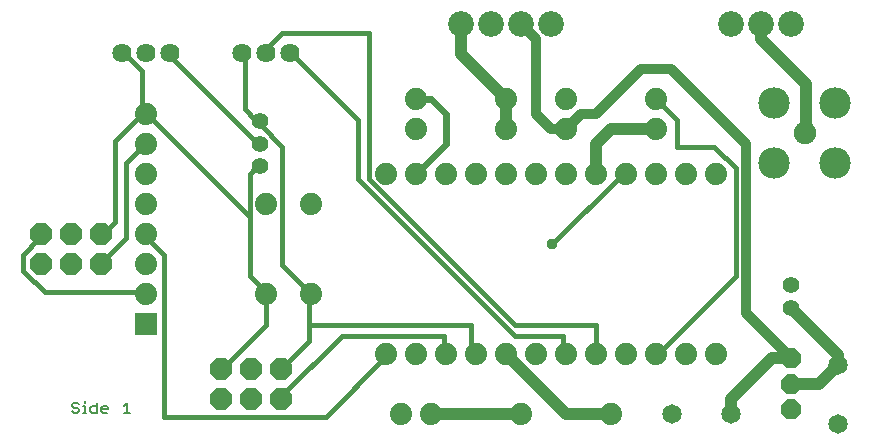
<source format=gtl>
G75*
G70*
%OFA0B0*%
%FSLAX24Y24*%
%IPPOS*%
%LPD*%
%AMOC8*
5,1,8,0,0,1.08239X$1,22.5*
%
%ADD10C,0.0060*%
%ADD11C,0.0740*%
%ADD12OC8,0.0740*%
%ADD13C,0.0555*%
%ADD14C,0.0560*%
%ADD15OC8,0.0660*%
%ADD16C,0.0750*%
%ADD17C,0.1050*%
%ADD18C,0.0860*%
%ADD19C,0.0640*%
%ADD20R,0.0740X0.0740*%
%ADD21C,0.0650*%
%ADD22C,0.0157*%
%ADD23C,0.0240*%
%ADD24C,0.0400*%
%ADD25C,0.0320*%
%ADD26C,0.0377*%
D10*
X002687Y001210D02*
X002630Y001267D01*
X002687Y001210D02*
X002800Y001210D01*
X002857Y001267D01*
X002857Y001323D01*
X002800Y001380D01*
X002687Y001380D01*
X002630Y001437D01*
X002630Y001494D01*
X002687Y001550D01*
X002800Y001550D01*
X002857Y001494D01*
X002998Y001437D02*
X003055Y001437D01*
X003055Y001210D01*
X002998Y001210D02*
X003112Y001210D01*
X003244Y001267D02*
X003244Y001380D01*
X003301Y001437D01*
X003471Y001437D01*
X003471Y001550D02*
X003471Y001210D01*
X003301Y001210D01*
X003244Y001267D01*
X003612Y001267D02*
X003612Y001380D01*
X003669Y001437D01*
X003782Y001437D01*
X003839Y001380D01*
X003839Y001323D01*
X003612Y001323D01*
X003612Y001267D02*
X003669Y001210D01*
X003782Y001210D01*
X004349Y001210D02*
X004576Y001210D01*
X004462Y001210D02*
X004462Y001550D01*
X004349Y001437D01*
X003055Y001550D02*
X003055Y001607D01*
D11*
X005100Y005180D03*
X005100Y006180D03*
X005100Y007180D03*
X005100Y008180D03*
X005100Y009180D03*
X005100Y010180D03*
X005100Y011180D03*
X009100Y008180D03*
X010600Y008180D03*
X013100Y009180D03*
X014100Y009180D03*
X015100Y009180D03*
X016100Y009180D03*
X017100Y009180D03*
X018100Y009180D03*
X019100Y009180D03*
X020100Y009180D03*
X021100Y009180D03*
X022100Y009180D03*
X023100Y009180D03*
X024100Y009180D03*
X022100Y010680D03*
X022100Y011680D03*
X019100Y011680D03*
X019100Y010680D03*
X017100Y010680D03*
X017100Y011680D03*
X014100Y011680D03*
X014100Y010680D03*
X010600Y005180D03*
X009100Y005180D03*
X013100Y003180D03*
X014100Y003180D03*
X015100Y003180D03*
X016100Y003180D03*
X017100Y003180D03*
X018100Y003180D03*
X019100Y003180D03*
X020100Y003180D03*
X021100Y003180D03*
X022100Y003180D03*
X023100Y003180D03*
X024100Y003180D03*
X020600Y001180D03*
X017600Y001180D03*
X014600Y001180D03*
X013600Y001180D03*
D12*
X009600Y001680D03*
X008600Y001680D03*
X007600Y001680D03*
X007600Y002680D03*
X008600Y002680D03*
X009600Y002680D03*
X003600Y006180D03*
X002600Y006180D03*
X001600Y006180D03*
X001600Y007180D03*
X002600Y007180D03*
X003600Y007180D03*
D13*
X008900Y009430D03*
X008900Y010180D03*
X008900Y010930D03*
D14*
X026600Y005474D03*
X026600Y004686D03*
D15*
X026600Y003030D03*
X026600Y002180D03*
X026600Y001330D03*
D16*
X027050Y010530D03*
D17*
X026046Y009526D03*
X028054Y009526D03*
X028054Y011534D03*
X026046Y011534D03*
D18*
X025600Y014180D03*
X024600Y014180D03*
X026600Y014180D03*
X018600Y014180D03*
X017600Y014180D03*
X016600Y014180D03*
X015600Y014180D03*
D19*
X009887Y013211D03*
X009100Y013211D03*
X008313Y013211D03*
X005887Y013211D03*
X005100Y013211D03*
X004313Y013211D03*
D20*
X005100Y004180D03*
D21*
X022616Y001180D03*
X024584Y001180D03*
X028150Y000846D03*
X028150Y002814D03*
D22*
X026740Y002340D02*
X026600Y002180D01*
X024760Y005760D02*
X022240Y003240D01*
X022100Y003180D01*
X020100Y003180D02*
X020080Y003240D01*
X020080Y004140D01*
X017380Y004140D01*
X012520Y009000D01*
X012520Y013860D01*
X009640Y013860D01*
X009100Y013320D01*
X009100Y013211D01*
X008380Y013140D02*
X008313Y013211D01*
X008380Y013140D02*
X008380Y011340D01*
X008740Y010980D01*
X008900Y010930D01*
X008920Y010800D01*
X009640Y010080D01*
X009640Y006120D01*
X010540Y005220D01*
X010600Y005180D01*
X010540Y005040D01*
X010540Y004140D01*
X015940Y004140D01*
X015940Y003240D01*
X016100Y003180D01*
X015100Y003180D02*
X015040Y003240D01*
X015040Y003780D01*
X011620Y003780D01*
X009640Y001800D01*
X009600Y001680D01*
X011080Y001080D02*
X005680Y001080D01*
X005680Y006480D01*
X005140Y007020D01*
X005100Y007180D01*
X004420Y007020D02*
X004420Y009540D01*
X004960Y010080D01*
X005100Y010180D01*
X004960Y011160D02*
X004060Y010260D01*
X004060Y007560D01*
X003700Y007200D01*
X003600Y007180D01*
X004420Y007020D02*
X003700Y006300D01*
X003600Y006180D01*
X004960Y005220D02*
X001720Y005220D01*
X001000Y005940D01*
X001000Y006480D01*
X001540Y007020D01*
X001600Y007180D01*
X004960Y005220D02*
X005100Y005180D01*
X008560Y005760D02*
X008560Y007740D01*
X005140Y011160D01*
X005100Y011180D01*
X004960Y011160D01*
X005100Y011180D02*
X004960Y011340D01*
X004960Y012600D01*
X004420Y013140D01*
X004313Y013211D01*
X005887Y013211D02*
X006040Y013140D01*
X006040Y012960D01*
X008740Y010260D01*
X008900Y010180D01*
X008900Y009430D02*
X008740Y009360D01*
X008560Y009180D01*
X008560Y007740D01*
X008560Y005760D02*
X009100Y005220D01*
X009100Y005180D01*
X009100Y004140D01*
X007660Y002700D01*
X007600Y002680D01*
X009600Y002680D02*
X009640Y002700D01*
X010540Y003600D01*
X010540Y004140D01*
X013100Y003180D02*
X013060Y003060D01*
X011080Y001080D01*
X017380Y003780D02*
X019000Y003780D01*
X019000Y003240D01*
X019100Y003180D01*
X017380Y003780D02*
X012160Y009000D01*
X012160Y010980D01*
X010000Y013140D01*
X009887Y013211D01*
X018640Y006840D02*
X020980Y009180D01*
X021100Y009180D01*
X022780Y010080D02*
X022780Y010980D01*
X022240Y011520D01*
X022100Y011680D01*
X022780Y010080D02*
X024040Y010080D01*
X024760Y009360D01*
X024760Y005760D01*
D23*
X015100Y010180D02*
X015100Y011180D01*
X014600Y011680D01*
X014100Y011680D01*
X015100Y010180D02*
X014100Y009180D01*
D24*
X017100Y010680D02*
X017100Y011680D01*
X015600Y013180D01*
X015600Y014180D01*
X020100Y010180D02*
X020600Y010680D01*
X022100Y010680D01*
X020100Y010180D02*
X020100Y009180D01*
X027050Y010530D02*
X027100Y010530D01*
X027100Y012180D01*
X025600Y013680D01*
X025600Y014180D01*
X026600Y004686D02*
X028150Y003136D01*
X028150Y002814D01*
X027516Y002180D01*
X026600Y002180D01*
X026600Y003030D02*
X025950Y003030D01*
X024584Y001664D01*
X024584Y001180D01*
X020600Y001180D02*
X019100Y001180D01*
X017100Y003180D01*
X017600Y001180D02*
X014600Y001180D01*
D25*
X025100Y004530D02*
X026600Y003030D01*
X025100Y004530D02*
X025100Y010180D01*
X022600Y012680D01*
X021600Y012680D01*
X020100Y011180D01*
X019600Y011180D01*
X019100Y010680D01*
X018600Y010680D01*
X018100Y011180D01*
X018100Y013680D01*
X017600Y014180D01*
D26*
X018640Y006840D03*
M02*

</source>
